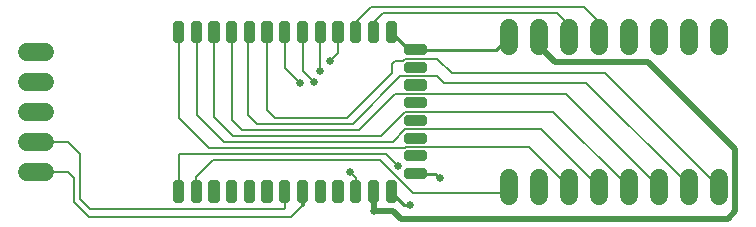
<source format=gtl>
G04 EAGLE Gerber RS-274X export*
G75*
%MOMM*%
%FSLAX34Y34*%
%LPD*%
%INTop Copper*%
%IPPOS*%
%AMOC8*
5,1,8,0,0,1.08239X$1,22.5*%
G01*
%ADD10C,0.694944*%
%ADD11C,1.524000*%
%ADD12C,0.203200*%
%ADD13C,0.654800*%
%ADD14C,0.304800*%
%ADD15C,0.508000*%
%ADD16C,0.254000*%


D10*
X153752Y40078D02*
X153752Y27722D01*
X151048Y27722D01*
X151048Y40078D01*
X153752Y40078D01*
X153752Y34324D02*
X151048Y34324D01*
X168752Y40078D02*
X168752Y27722D01*
X166048Y27722D01*
X166048Y40078D01*
X168752Y40078D01*
X168752Y34324D02*
X166048Y34324D01*
X183752Y40078D02*
X183752Y27722D01*
X181048Y27722D01*
X181048Y40078D01*
X183752Y40078D01*
X183752Y34324D02*
X181048Y34324D01*
X198752Y40078D02*
X198752Y27722D01*
X196048Y27722D01*
X196048Y40078D01*
X198752Y40078D01*
X198752Y34324D02*
X196048Y34324D01*
X213752Y40078D02*
X213752Y27722D01*
X211048Y27722D01*
X211048Y40078D01*
X213752Y40078D01*
X213752Y34324D02*
X211048Y34324D01*
X228752Y40078D02*
X228752Y27722D01*
X226048Y27722D01*
X226048Y40078D01*
X228752Y40078D01*
X228752Y34324D02*
X226048Y34324D01*
X243752Y40078D02*
X243752Y27722D01*
X241048Y27722D01*
X241048Y40078D01*
X243752Y40078D01*
X243752Y34324D02*
X241048Y34324D01*
X258752Y40078D02*
X258752Y27722D01*
X256048Y27722D01*
X256048Y40078D01*
X258752Y40078D01*
X258752Y34324D02*
X256048Y34324D01*
X273752Y40078D02*
X273752Y27722D01*
X271048Y27722D01*
X271048Y40078D01*
X273752Y40078D01*
X273752Y34324D02*
X271048Y34324D01*
X288752Y40078D02*
X288752Y27722D01*
X286048Y27722D01*
X286048Y40078D01*
X288752Y40078D01*
X288752Y34324D02*
X286048Y34324D01*
X303752Y40078D02*
X303752Y27722D01*
X301048Y27722D01*
X301048Y40078D01*
X303752Y40078D01*
X303752Y34324D02*
X301048Y34324D01*
X318752Y40078D02*
X318752Y27722D01*
X316048Y27722D01*
X316048Y40078D01*
X318752Y40078D01*
X318752Y34324D02*
X316048Y34324D01*
X333752Y40078D02*
X333752Y27722D01*
X331048Y27722D01*
X331048Y40078D01*
X333752Y40078D01*
X333752Y34324D02*
X331048Y34324D01*
X346922Y50652D02*
X359278Y50652D01*
X359278Y47948D01*
X346922Y47948D01*
X346922Y50652D01*
X346922Y65652D02*
X359278Y65652D01*
X359278Y62948D01*
X346922Y62948D01*
X346922Y65652D01*
X346922Y80652D02*
X359278Y80652D01*
X359278Y77948D01*
X346922Y77948D01*
X346922Y80652D01*
X346922Y95652D02*
X359278Y95652D01*
X359278Y92948D01*
X346922Y92948D01*
X346922Y95652D01*
X346922Y110652D02*
X359278Y110652D01*
X359278Y107948D01*
X346922Y107948D01*
X346922Y110652D01*
X346922Y125652D02*
X359278Y125652D01*
X359278Y122948D01*
X346922Y122948D01*
X346922Y125652D01*
X346922Y140652D02*
X359278Y140652D01*
X359278Y137948D01*
X346922Y137948D01*
X346922Y140652D01*
X346922Y155652D02*
X359278Y155652D01*
X359278Y152948D01*
X346922Y152948D01*
X346922Y155652D01*
X331048Y163122D02*
X331048Y175478D01*
X333752Y175478D01*
X333752Y163122D01*
X331048Y163122D01*
X331048Y169724D02*
X333752Y169724D01*
X316048Y175478D02*
X316048Y163122D01*
X316048Y175478D02*
X318752Y175478D01*
X318752Y163122D01*
X316048Y163122D01*
X316048Y169724D02*
X318752Y169724D01*
X301048Y175478D02*
X301048Y163122D01*
X301048Y175478D02*
X303752Y175478D01*
X303752Y163122D01*
X301048Y163122D01*
X301048Y169724D02*
X303752Y169724D01*
X286048Y175478D02*
X286048Y163122D01*
X286048Y175478D02*
X288752Y175478D01*
X288752Y163122D01*
X286048Y163122D01*
X286048Y169724D02*
X288752Y169724D01*
X271048Y175478D02*
X271048Y163122D01*
X271048Y175478D02*
X273752Y175478D01*
X273752Y163122D01*
X271048Y163122D01*
X271048Y169724D02*
X273752Y169724D01*
X256048Y175478D02*
X256048Y163122D01*
X256048Y175478D02*
X258752Y175478D01*
X258752Y163122D01*
X256048Y163122D01*
X256048Y169724D02*
X258752Y169724D01*
X241048Y175478D02*
X241048Y163122D01*
X241048Y175478D02*
X243752Y175478D01*
X243752Y163122D01*
X241048Y163122D01*
X241048Y169724D02*
X243752Y169724D01*
X226048Y175478D02*
X226048Y163122D01*
X226048Y175478D02*
X228752Y175478D01*
X228752Y163122D01*
X226048Y163122D01*
X226048Y169724D02*
X228752Y169724D01*
X211048Y175478D02*
X211048Y163122D01*
X211048Y175478D02*
X213752Y175478D01*
X213752Y163122D01*
X211048Y163122D01*
X211048Y169724D02*
X213752Y169724D01*
X196048Y175478D02*
X196048Y163122D01*
X196048Y175478D02*
X198752Y175478D01*
X198752Y163122D01*
X196048Y163122D01*
X196048Y169724D02*
X198752Y169724D01*
X181048Y175478D02*
X181048Y163122D01*
X181048Y175478D02*
X183752Y175478D01*
X183752Y163122D01*
X181048Y163122D01*
X181048Y169724D02*
X183752Y169724D01*
X166048Y175478D02*
X166048Y163122D01*
X166048Y175478D02*
X168752Y175478D01*
X168752Y163122D01*
X166048Y163122D01*
X166048Y169724D02*
X168752Y169724D01*
X151048Y175478D02*
X151048Y163122D01*
X151048Y175478D02*
X153752Y175478D01*
X153752Y163122D01*
X151048Y163122D01*
X151048Y169724D02*
X153752Y169724D01*
D11*
X39370Y50800D02*
X24130Y50800D01*
X24130Y76200D02*
X39370Y76200D01*
X39370Y101600D02*
X24130Y101600D01*
X24130Y127000D02*
X39370Y127000D01*
X39370Y152400D02*
X24130Y152400D01*
X431800Y45720D02*
X431800Y30480D01*
X457200Y30480D02*
X457200Y45720D01*
X482600Y45720D02*
X482600Y30480D01*
X508000Y30480D02*
X508000Y45720D01*
X533400Y45720D02*
X533400Y30480D01*
X558800Y30480D02*
X558800Y45720D01*
X584200Y45720D02*
X584200Y30480D01*
X609600Y30480D02*
X609600Y45720D01*
X609600Y157480D02*
X609600Y172720D01*
X584200Y172720D02*
X584200Y157480D01*
X558800Y157480D02*
X558800Y172720D01*
X533400Y172720D02*
X533400Y157480D01*
X508000Y157480D02*
X508000Y172720D01*
X482600Y172720D02*
X482600Y157480D01*
X457200Y157480D02*
X457200Y172720D01*
X431800Y172720D02*
X431800Y157480D01*
D12*
X152400Y66040D02*
X152400Y33900D01*
X152400Y66040D02*
X327660Y66040D01*
X337820Y55880D01*
D13*
X337820Y55880D03*
D12*
X167400Y46750D02*
X167400Y33900D01*
X167400Y46750D02*
X181610Y60960D01*
X322580Y60960D02*
X350520Y33020D01*
X426720Y33020D01*
D14*
X431800Y38100D01*
D12*
X322580Y60960D02*
X181610Y60960D01*
X242400Y33900D02*
X242400Y20150D01*
X241300Y19050D01*
X77470Y19050D01*
X68580Y27940D01*
X68580Y66040D01*
X58420Y76200D01*
X31750Y76200D01*
D14*
X257400Y33900D02*
X257400Y22450D01*
D12*
X247650Y12700D02*
X76200Y12700D01*
X63500Y25400D01*
X63500Y45720D02*
X58420Y50800D01*
X31750Y50800D01*
X247650Y12700D02*
X257400Y22450D01*
X63500Y25400D02*
X63500Y45720D01*
D14*
X317400Y33900D02*
X317500Y33800D01*
D15*
X317500Y17780D01*
D13*
X317500Y17780D03*
D15*
X333959Y17780D01*
X340563Y11176D01*
X617220Y11176D01*
X623570Y17526D01*
X623570Y69850D01*
X549910Y143510D01*
X471170Y143510D01*
X457200Y157480D01*
D12*
X457200Y165100D01*
D16*
X332400Y33900D02*
X343440Y22860D01*
X347980Y22860D01*
D13*
X347980Y22860D03*
D16*
X353100Y49300D02*
X369800Y49300D01*
X373380Y45720D01*
D13*
X373380Y45720D03*
D16*
X353100Y154300D02*
X421000Y154300D01*
X431800Y165100D01*
X347400Y154300D02*
X332400Y169300D01*
D12*
X347400Y154300D02*
X353100Y154300D01*
X343885Y71120D02*
X177800Y71120D01*
X343885Y71120D02*
X344431Y71666D01*
X449034Y71666D02*
X482600Y38100D01*
X449034Y71666D02*
X344431Y71666D01*
X177800Y71120D02*
X152400Y96520D01*
X152400Y169300D01*
X190500Y76200D02*
X333965Y76200D01*
X344431Y86666D01*
X459434Y86666D02*
X508000Y38100D01*
X459434Y86666D02*
X344431Y86666D01*
X190500Y76200D02*
X167640Y99060D01*
X167640Y169060D02*
X167400Y169300D01*
X167640Y169060D02*
X167640Y99060D01*
X324045Y81280D02*
X344431Y101666D01*
X324045Y81280D02*
X198120Y81280D01*
X469834Y101666D02*
X533400Y38100D01*
X469834Y101666D02*
X344431Y101666D01*
X198120Y81280D02*
X182400Y97000D01*
X182400Y169300D01*
X480060Y116840D02*
X558800Y38100D01*
X480060Y116840D02*
X335280Y116840D01*
X304800Y86360D01*
X205740Y86360D01*
X197400Y94700D01*
X197400Y169300D01*
X584200Y39370D02*
X584200Y38100D01*
X584200Y39370D02*
X497507Y126063D01*
X496570Y125730D01*
X377190Y125730D01*
X370986Y131934D01*
X340214Y131934D01*
X299720Y91440D01*
X218440Y91440D01*
X210820Y99060D01*
X210820Y167720D01*
X212400Y169300D01*
X342545Y144780D02*
X344431Y146666D01*
X342545Y144780D02*
X335280Y144780D01*
X332740Y142240D01*
X332740Y134620D01*
X294640Y96520D01*
X233680Y96520D01*
X227400Y102800D01*
X227400Y169300D01*
X371494Y146666D02*
X383540Y134620D01*
X371494Y146666D02*
X344431Y146666D01*
X513080Y134620D02*
X609600Y38100D01*
X513080Y134620D02*
X383540Y134620D01*
D13*
X255270Y125730D03*
D12*
X242400Y138600D01*
X242400Y169300D01*
X257400Y169300D02*
X257400Y136300D01*
X266700Y127000D01*
D13*
X266700Y127000D03*
X271780Y135890D03*
D12*
X272400Y136510D02*
X272400Y169300D01*
X272400Y136510D02*
X271780Y135890D01*
X287400Y151510D02*
X287400Y169300D01*
X287400Y151510D02*
X280670Y144780D01*
D13*
X280670Y144780D03*
D12*
X302400Y169300D02*
X302400Y177940D01*
X314960Y190500D01*
X495300Y190500D01*
X508000Y177800D02*
X508000Y165100D01*
X508000Y177800D02*
X495300Y190500D01*
X317500Y169400D02*
X317400Y169300D01*
X317500Y169400D02*
X317500Y177800D01*
X325120Y185420D01*
X472440Y185420D01*
X482600Y175260D01*
X482600Y165100D01*
X302400Y45580D02*
X302400Y33900D01*
X302400Y45580D02*
X297180Y50800D01*
D13*
X297180Y50800D03*
M02*

</source>
